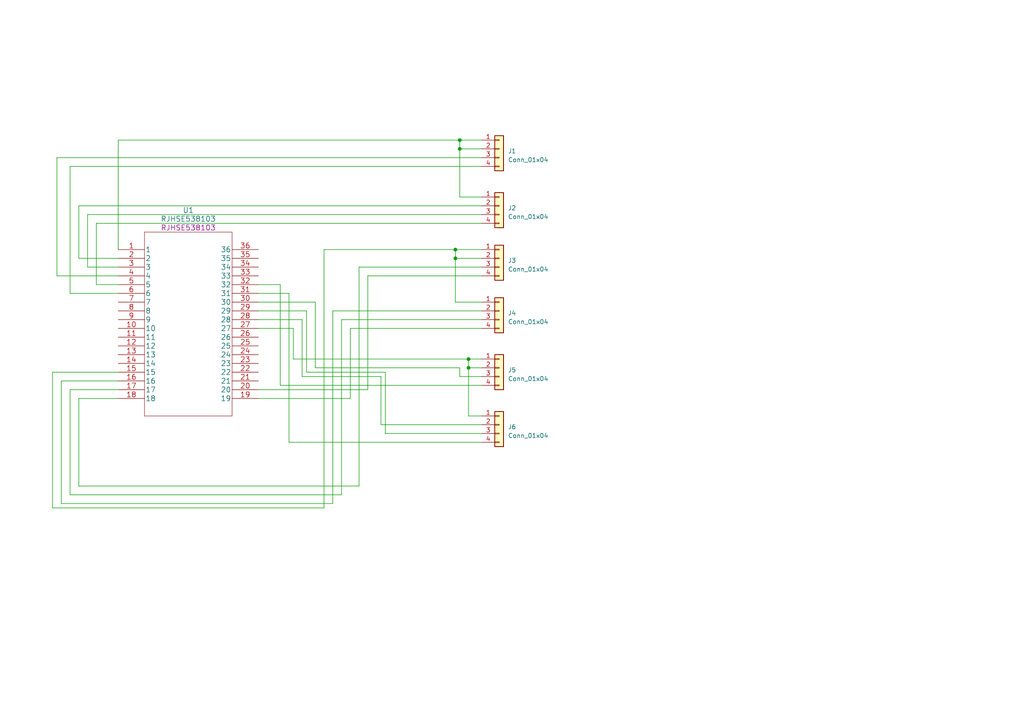
<source format=kicad_sch>
(kicad_sch (version 20220331) (generator eeschema)
  (paper "A4")
  (lib_symbols
    (symbol "2022-04-05_18-16-32:RJHSE538103" (pin_names (offset 0.254))
      (property "Reference" "U" (at 20.32 10.16 0))
      (property "Value" "RJHSE538103" (at 20.32 7.62 0))
      (symbol "RJHSE538103_1_1"
        (polyline (pts (xy 7.62 -48.26) (xy 33.02 -48.26)) (stroke (width 0.127)))
        (polyline (pts (xy 7.62 5.08) (xy 7.62 -48.26)) (stroke (width 0.127)))
        (polyline (pts (xy 33.02 -48.26) (xy 33.02 5.08)) (stroke (width 0.127)))
        (polyline (pts (xy 33.02 5.08) (xy 7.62 5.08)) (stroke (width 0.127)))
        (pin unspecified line (at 0 0 0) (length 7.62) (name "1") (number "1"))
        (pin unspecified line (at 0 -22.86 0) (length 7.62) (name "10") (number "10"))
        (pin unspecified line (at 0 -25.4 0) (length 7.62) (name "11") (number "11"))
        (pin unspecified line (at 0 -27.94 0) (length 7.62) (name "12") (number "12"))
        (pin unspecified line (at 0 -30.48 0) (length 7.62) (name "13") (number "13"))
        (pin unspecified line (at 0 -33.02 0) (length 7.62) (name "14") (number "14"))
        (pin unspecified line (at 0 -35.56 0) (length 7.62) (name "15") (number "15"))
        (pin unspecified line (at 0 -38.1 0) (length 7.62) (name "16") (number "16"))
        (pin unspecified line (at 0 -40.64 0) (length 7.62) (name "17") (number "17"))
        (pin unspecified line (at 0 -43.18 0) (length 7.62) (name "18") (number "18"))
        (pin unspecified line (at 40.64 -43.18 180) (length 7.62) (name "19") (number "19"))
        (pin unspecified line (at 0 -2.54 0) (length 7.62) (name "2") (number "2"))
        (pin unspecified line (at 40.64 -40.64 180) (length 7.62) (name "20") (number "20"))
        (pin unspecified line (at 40.64 -38.1 180) (length 7.62) (name "21") (number "21"))
        (pin unspecified line (at 40.64 -35.56 180) (length 7.62) (name "22") (number "22"))
        (pin unspecified line (at 40.64 -33.02 180) (length 7.62) (name "23") (number "23"))
        (pin unspecified line (at 40.64 -30.48 180) (length 7.62) (name "24") (number "24"))
        (pin unspecified line (at 40.64 -27.94 180) (length 7.62) (name "25") (number "25"))
        (pin unspecified line (at 40.64 -25.4 180) (length 7.62) (name "26") (number "26"))
        (pin unspecified line (at 40.64 -22.86 180) (length 7.62) (name "27") (number "27"))
        (pin unspecified line (at 40.64 -20.32 180) (length 7.62) (name "28") (number "28"))
        (pin unspecified line (at 40.64 -17.78 180) (length 7.62) (name "29") (number "29"))
        (pin unspecified line (at 0 -5.08 0) (length 7.62) (name "3") (number "3"))
        (pin unspecified line (at 40.64 -15.24 180) (length 7.62) (name "30") (number "30"))
        (pin unspecified line (at 40.64 -12.7 180) (length 7.62) (name "31") (number "31"))
        (pin unspecified line (at 40.64 -10.16 180) (length 7.62) (name "32") (number "32"))
        (pin unspecified line (at 40.64 -7.62 180) (length 7.62) (name "33") (number "33"))
        (pin unspecified line (at 40.64 -5.08 180) (length 7.62) (name "34") (number "34"))
        (pin unspecified line (at 40.64 -2.54 180) (length 7.62) (name "35") (number "35"))
        (pin unspecified line (at 40.64 0 180) (length 7.62) (name "36") (number "36"))
        (pin unspecified line (at 0 -7.62 0) (length 7.62) (name "4") (number "4"))
        (pin unspecified line (at 0 -10.16 0) (length 7.62) (name "5") (number "5"))
        (pin unspecified line (at 0 -12.7 0) (length 7.62) (name "6") (number "6"))
        (pin unspecified line (at 0 -15.24 0) (length 7.62) (name "7") (number "7"))
        (pin unspecified line (at 0 -17.78 0) (length 7.62) (name "8") (number "8"))
        (pin unspecified line (at 0 -20.32 0) (length 7.62) (name "9") (number "9"))
      )
    )
    (symbol "Connector_Generic:Conn_01x04" (pin_names (offset 1.016) hide)
      (property "Reference" "J" (at 0 5.08 0))
      (property "Value" "Conn_01x04" (at 0 -7.62 0))
      (symbol "Conn_01x04_1_1"
        (rectangle (start -1.27 -4.953) (end 0 -5.207) (stroke (width 0.1524)))
        (rectangle (start -1.27 -2.413) (end 0 -2.667) (stroke (width 0.1524)))
        (rectangle (start -1.27 0.127) (end 0 -0.127) (stroke (width 0.1524)))
        (rectangle (start -1.27 2.667) (end 0 2.413) (stroke (width 0.1524)))
        (rectangle (start -1.27 3.81) (end 1.27 -6.35) (stroke (width 0.254)) (fill (type background)))
        (pin passive line (at -5.08 2.54 0) (length 3.81) (name "Pin_1") (number "1"))
        (pin passive line (at -5.08 0 0) (length 3.81) (name "Pin_2") (number "2"))
        (pin passive line (at -5.08 -2.54 0) (length 3.81) (name "Pin_3") (number "3"))
        (pin passive line (at -5.08 -5.08 0) (length 3.81) (name "Pin_4") (number "4"))
      )
    )
  )
  (junction (at 135.89 106.68))
  (junction (at 132.08 74.93))
  (junction (at 133.35 40.64))
  (junction (at 132.08 72.39))
  (junction (at 135.89 104.14))
  (junction (at 133.35 43.18))
  (wire (pts (xy 106.68 80.01) (xy 139.7 80.01)))
  (wire (pts (xy 132.08 87.63) (xy 132.08 74.93)))
  (wire (pts (xy 99.06 143.51) (xy 99.06 92.71)))
  (wire (pts (xy 20.32 85.09) (xy 20.32 48.26)))
  (wire (pts (xy 27.94 82.55) (xy 27.94 64.77)))
  (wire (pts (xy 139.7 120.65) (xy 135.89 120.65)))
  (wire (pts (xy 83.82 128.27) (xy 139.7 128.27)))
  (wire (pts (xy 135.89 120.65) (xy 135.89 106.68)))
  (wire (pts (xy 133.35 57.15) (xy 133.35 43.18)))
  (wire (pts (xy 22.86 115.57) (xy 22.86 140.97)))
  (wire (pts (xy 139.7 74.93) (xy 132.08 74.93)))
  (wire (pts (xy 139.7 106.68) (xy 135.89 106.68)))
  (wire (pts (xy 74.93 115.57) (xy 101.6 115.57)))
  (wire (pts (xy 91.44 106.68) (xy 133.35 106.68)))
  (wire (pts (xy 133.35 109.22) (xy 139.7 109.22)))
  (wire (pts (xy 74.93 95.25) (xy 85.09 95.25)))
  (wire (pts (xy 93.98 147.32) (xy 93.98 72.39)))
  (wire (pts (xy 88.9 107.95) (xy 111.76 107.95)))
  (wire (pts (xy 139.7 57.15) (xy 133.35 57.15)))
  (wire (pts (xy 22.86 59.69) (xy 139.7 59.69)))
  (wire (pts (xy 74.93 87.63) (xy 91.44 87.63)))
  (wire (pts (xy 15.24 147.32) (xy 93.98 147.32)))
  (wire (pts (xy 34.29 80.01) (xy 16.51 80.01)))
  (wire (pts (xy 135.89 104.14) (xy 139.7 104.14)))
  (wire (pts (xy 34.29 110.49) (xy 17.78 110.49)))
  (wire (pts (xy 104.14 140.97) (xy 104.14 77.47)))
  (wire (pts (xy 34.29 85.09) (xy 20.32 85.09)))
  (wire (pts (xy 34.29 74.93) (xy 22.86 74.93)))
  (wire (pts (xy 96.52 146.05) (xy 96.52 90.17)))
  (wire (pts (xy 17.78 146.05) (xy 96.52 146.05)))
  (wire (pts (xy 111.76 107.95) (xy 111.76 125.73)))
  (wire (pts (xy 34.29 40.64) (xy 133.35 40.64)))
  (wire (pts (xy 34.29 115.57) (xy 22.86 115.57)))
  (wire (pts (xy 34.29 72.39) (xy 34.29 40.64)))
  (wire (pts (xy 74.93 85.09) (xy 83.82 85.09)))
  (wire (pts (xy 111.76 125.73) (xy 139.7 125.73)))
  (wire (pts (xy 74.93 113.03) (xy 106.68 113.03)))
  (wire (pts (xy 25.4 62.23) (xy 139.7 62.23)))
  (wire (pts (xy 22.86 140.97) (xy 104.14 140.97)))
  (wire (pts (xy 96.52 90.17) (xy 139.7 90.17)))
  (wire (pts (xy 87.63 109.22) (xy 110.49 109.22)))
  (wire (pts (xy 20.32 113.03) (xy 20.32 143.51)))
  (wire (pts (xy 133.35 40.64) (xy 139.7 40.64)))
  (wire (pts (xy 81.28 111.76) (xy 139.7 111.76)))
  (wire (pts (xy 133.35 43.18) (xy 133.35 40.64)))
  (wire (pts (xy 104.14 77.47) (xy 139.7 77.47)))
  (wire (pts (xy 22.86 74.93) (xy 22.86 59.69)))
  (wire (pts (xy 132.08 72.39) (xy 139.7 72.39)))
  (wire (pts (xy 34.29 113.03) (xy 20.32 113.03)))
  (wire (pts (xy 110.49 109.22) (xy 110.49 123.19)))
  (wire (pts (xy 20.32 48.26) (xy 139.7 48.26)))
  (wire (pts (xy 15.24 107.95) (xy 15.24 147.32)))
  (wire (pts (xy 27.94 64.77) (xy 139.7 64.77)))
  (wire (pts (xy 99.06 92.71) (xy 139.7 92.71)))
  (wire (pts (xy 110.49 123.19) (xy 139.7 123.19)))
  (wire (pts (xy 139.7 43.18) (xy 133.35 43.18)))
  (wire (pts (xy 20.32 143.51) (xy 99.06 143.51)))
  (wire (pts (xy 101.6 95.25) (xy 139.7 95.25)))
  (wire (pts (xy 85.09 104.14) (xy 135.89 104.14)))
  (wire (pts (xy 74.93 90.17) (xy 88.9 90.17)))
  (wire (pts (xy 34.29 107.95) (xy 15.24 107.95)))
  (wire (pts (xy 106.68 113.03) (xy 106.68 80.01)))
  (wire (pts (xy 91.44 87.63) (xy 91.44 106.68)))
  (wire (pts (xy 17.78 110.49) (xy 17.78 146.05)))
  (wire (pts (xy 83.82 85.09) (xy 83.82 128.27)))
  (wire (pts (xy 25.4 77.47) (xy 25.4 62.23)))
  (wire (pts (xy 85.09 95.25) (xy 85.09 104.14)))
  (wire (pts (xy 34.29 77.47) (xy 25.4 77.47)))
  (wire (pts (xy 101.6 115.57) (xy 101.6 95.25)))
  (wire (pts (xy 93.98 72.39) (xy 132.08 72.39)))
  (wire (pts (xy 74.93 82.55) (xy 81.28 82.55)))
  (wire (pts (xy 16.51 80.01) (xy 16.51 45.72)))
  (wire (pts (xy 34.29 82.55) (xy 27.94 82.55)))
  (wire (pts (xy 16.51 45.72) (xy 139.7 45.72)))
  (wire (pts (xy 132.08 74.93) (xy 132.08 72.39)))
  (wire (pts (xy 88.9 90.17) (xy 88.9 107.95)))
  (wire (pts (xy 139.7 87.63) (xy 132.08 87.63)))
  (wire (pts (xy 133.35 106.68) (xy 133.35 109.22)))
  (wire (pts (xy 74.93 92.71) (xy 87.63 92.71)))
  (wire (pts (xy 81.28 82.55) (xy 81.28 111.76)))
  (wire (pts (xy 135.89 104.14) (xy 135.89 106.68)))
  (wire (pts (xy 87.63 92.71) (xy 87.63 109.22)))
  (symbol (lib_id "Connector_Generic:Conn_01x04") (at 144.78 59.69 0) (unit 1)
    (property "Reference" "J2" (at 147.32 60.325 0) (effects (justify left)))
    (property "Value" "Conn_01x04" (at 147.32 62.865 0) (effects (justify left)))
    (property "Footprint" "Connector_PinSocket_2.54mm:PinSocket_1x04_P2.54mm_Vertical" (effects hide))
  )
  (symbol (lib_id "Connector_Generic:Conn_01x04") (at 144.78 106.68 0) (unit 1)
    (property "Reference" "J5" (at 147.32 107.315 0) (effects (justify left)))
    (property "Value" "Conn_01x04" (at 147.32 109.855 0) (effects (justify left)))
    (property "Footprint" "Connector_PinSocket_2.54mm:PinSocket_1x04_P2.54mm_Vertical" (effects hide))
  )
  (symbol (lib_id "Connector_Generic:Conn_01x04") (at 144.78 90.17 0) (unit 1)
    (property "Reference" "J4" (at 147.32 90.805 0) (effects (justify left)))
    (property "Value" "Conn_01x04" (at 147.32 93.345 0) (effects (justify left)))
    (property "Footprint" "Connector_PinSocket_2.54mm:PinSocket_1x04_P2.54mm_Vertical" (effects hide))
  )
  (symbol (lib_id "Connector_Generic:Conn_01x04") (at 144.78 123.19 0) (unit 1)
    (property "Reference" "J6" (at 147.32 123.825 0) (effects (justify left)))
    (property "Value" "Conn_01x04" (at 147.32 126.365 0) (effects (justify left)))
    (property "Footprint" "Connector_PinSocket_2.54mm:PinSocket_1x04_P2.54mm_Vertical" (effects hide))
  )
  (symbol (lib_id "Connector_Generic:Conn_01x04") (at 144.78 74.93 0) (unit 1)
    (property "Reference" "J3" (at 147.32 75.565 0) (effects (justify left)))
    (property "Value" "Conn_01x04" (at 147.32 78.105 0) (effects (justify left)))
    (property "Footprint" "Connector_PinSocket_2.54mm:PinSocket_1x04_P2.54mm_Vertical" (effects hide))
  )
  (symbol (lib_id "Connector_Generic:Conn_01x04") (at 144.78 43.18 0) (unit 1)
    (property "Reference" "J1" (at 147.32 43.815 0) (effects (justify left)))
    (property "Value" "Conn_01x04" (at 147.32 46.355 0) (effects (justify left)))
    (property "Footprint" "Connector_PinSocket_2.54mm:PinSocket_1x04_P2.54mm_Vertical" (effects hide))
  )
  (symbol (lib_id "2022-04-05_18-16-32:RJHSE538103") (at 34.29 72.39 0) (unit 1)
    (property "Reference" "U1" (at 54.61 60.96 0) (effects (font (size 1.524 1.524))))
    (property "Value" "RJHSE538103" (at 54.61 63.5 0) (effects (font (size 1.524 1.524))))
    (property "Footprint" "RJHSE538103" (at 54.61 66.04 0) (effects (font (size 1.524 1.524))))
  )
)
</source>
